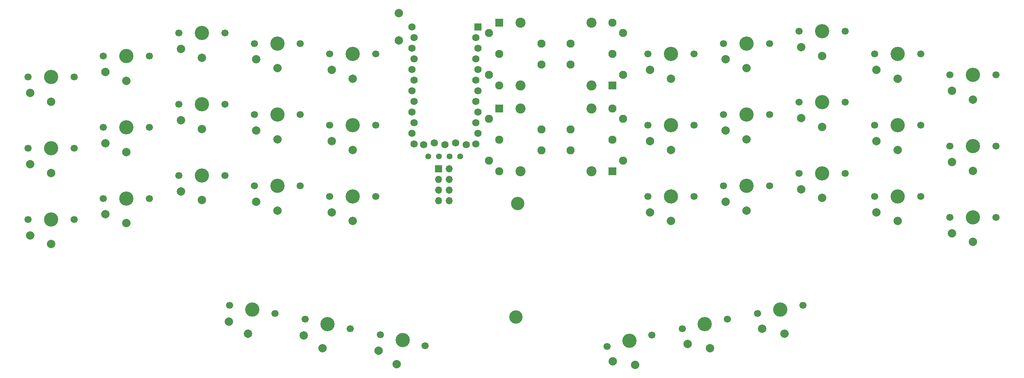
<source format=gbr>
%TF.GenerationSoftware,KiCad,Pcbnew,(5.1.9-0-10_14)*%
%TF.CreationDate,2021-06-06T18:46:05+01:00*%
%TF.ProjectId,dual_wield,6475616c-5f77-4696-956c-642e6b696361,rev?*%
%TF.SameCoordinates,Original*%
%TF.FileFunction,Soldermask,Bot*%
%TF.FilePolarity,Negative*%
%FSLAX46Y46*%
G04 Gerber Fmt 4.6, Leading zero omitted, Abs format (unit mm)*
G04 Created by KiCad (PCBNEW (5.1.9-0-10_14)) date 2021-06-06 18:46:05*
%MOMM*%
%LPD*%
G01*
G04 APERTURE LIST*
%ADD10C,1.752600*%
%ADD11R,1.752600X1.752600*%
%ADD12C,2.000000*%
%ADD13C,1.397000*%
%ADD14C,1.700000*%
%ADD15C,3.400000*%
%ADD16O,1.700000X1.700000*%
%ADD17R,1.700000X1.700000*%
%ADD18C,1.950000*%
%ADD19C,2.400000*%
%ADD20R,1.950000X1.950000*%
%ADD21C,3.200000*%
G04 APERTURE END LIST*
D10*
%TO.C,U1*%
X283080000Y-159698600D03*
X280540000Y-159241400D03*
X278000000Y-159698600D03*
X275460000Y-159241400D03*
X272920000Y-159698600D03*
X270151400Y-131530000D03*
X285391400Y-159470000D03*
X270608600Y-134070000D03*
X270151400Y-136610000D03*
X270608600Y-139150000D03*
X270151400Y-141690000D03*
X270608600Y-144230000D03*
X270151400Y-146770000D03*
X270608600Y-149310000D03*
X270151400Y-151850000D03*
X270608600Y-154390000D03*
X270151400Y-156930000D03*
X270608600Y-159470000D03*
X285848600Y-156930000D03*
X285391400Y-154390000D03*
X285848600Y-151850000D03*
X285391400Y-149310000D03*
X285848600Y-146770000D03*
X285391400Y-144230000D03*
X285848600Y-141690000D03*
X285391400Y-139150000D03*
X285848600Y-136610000D03*
X285391400Y-134070000D03*
D11*
X285848600Y-131530000D03*
%TD*%
D12*
%TO.C,SW1*%
X267000000Y-134750000D03*
X267000000Y-128250000D03*
%TD*%
D13*
%TO.C,OL1*%
X281620000Y-162500000D03*
X279080000Y-162500000D03*
X276540000Y-162500000D03*
X274000000Y-162500000D03*
%TD*%
D14*
%TO.C,K?1*%
X189500000Y-143500000D03*
X178500000Y-143500000D03*
D12*
X179000000Y-147300000D03*
X184000000Y-149400000D03*
D15*
X184000000Y-143500000D03*
%TD*%
D14*
%TO.C,K35*%
X409500000Y-177000000D03*
X398500000Y-177000000D03*
D12*
X399000000Y-180800000D03*
X404000000Y-182900000D03*
D15*
X404000000Y-177000000D03*
%TD*%
D14*
%TO.C,K34*%
X409500000Y-160000000D03*
X398500000Y-160000000D03*
D12*
X399000000Y-163800000D03*
X404000000Y-165900000D03*
D15*
X404000000Y-160000000D03*
%TD*%
D14*
%TO.C,K33*%
X409500000Y-143000000D03*
X398500000Y-143000000D03*
D12*
X399000000Y-146800000D03*
X404000000Y-148900000D03*
D15*
X404000000Y-143000000D03*
%TD*%
D14*
%TO.C,K32*%
X391500000Y-172000000D03*
X380500000Y-172000000D03*
D12*
X381000000Y-175800000D03*
X386000000Y-177900000D03*
D15*
X386000000Y-172000000D03*
%TD*%
D14*
%TO.C,K31*%
X391500000Y-155000000D03*
X380500000Y-155000000D03*
D12*
X381000000Y-158800000D03*
X386000000Y-160900000D03*
D15*
X386000000Y-155000000D03*
%TD*%
D14*
%TO.C,K30*%
X391500000Y-138000000D03*
X380500000Y-138000000D03*
D12*
X381000000Y-141800000D03*
X386000000Y-143900000D03*
D15*
X386000000Y-138000000D03*
%TD*%
D14*
%TO.C,K29*%
X363416443Y-198044935D03*
X352583557Y-199955065D03*
D12*
X353735824Y-203610510D03*
X359024524Y-204810366D03*
D15*
X358000000Y-199000000D03*
%TD*%
D14*
%TO.C,K28*%
X373500000Y-166500000D03*
X362500000Y-166500000D03*
D12*
X363000000Y-170300000D03*
X368000000Y-172400000D03*
D15*
X368000000Y-166500000D03*
%TD*%
D14*
%TO.C,K27*%
X373500000Y-149500000D03*
X362500000Y-149500000D03*
D12*
X363000000Y-153300000D03*
X368000000Y-155400000D03*
D15*
X368000000Y-149500000D03*
%TD*%
D14*
%TO.C,K26*%
X373520000Y-132600000D03*
X362520000Y-132600000D03*
D12*
X363020000Y-136400000D03*
X368020000Y-138500000D03*
D15*
X368020000Y-132600000D03*
%TD*%
D14*
%TO.C,K25*%
X345379812Y-201356486D03*
X334620188Y-203643514D03*
D12*
X335899326Y-207256519D03*
X341226679Y-208271071D03*
D15*
X340000000Y-202500000D03*
%TD*%
D14*
%TO.C,K24*%
X355500000Y-169500000D03*
X344500000Y-169500000D03*
D12*
X345000000Y-173300000D03*
X350000000Y-175400000D03*
D15*
X350000000Y-169500000D03*
%TD*%
D14*
%TO.C,K23*%
X355500000Y-152500000D03*
X344500000Y-152500000D03*
D12*
X345000000Y-156300000D03*
X350000000Y-158400000D03*
D15*
X350000000Y-152500000D03*
%TD*%
D14*
%TO.C,K22*%
X355500000Y-135500000D03*
X344500000Y-135500000D03*
D12*
X345000000Y-139300000D03*
X350000000Y-141400000D03*
D15*
X350000000Y-135500000D03*
%TD*%
D14*
%TO.C,K21*%
X327336626Y-205169430D03*
X316663374Y-207830570D03*
D12*
X318067825Y-211396733D03*
X323427339Y-212224745D03*
D15*
X322000000Y-206500000D03*
%TD*%
D14*
%TO.C,K20*%
X337440000Y-172000000D03*
X326440000Y-172000000D03*
D12*
X326940000Y-175800000D03*
X331940000Y-177900000D03*
D15*
X331940000Y-172000000D03*
%TD*%
D14*
%TO.C,K19*%
X337440000Y-155000000D03*
X326440000Y-155000000D03*
D12*
X326940000Y-158800000D03*
X331940000Y-160900000D03*
D15*
X331940000Y-155000000D03*
%TD*%
D14*
%TO.C,K18*%
X337440000Y-138000000D03*
X326440000Y-138000000D03*
D12*
X326940000Y-141800000D03*
X331940000Y-143900000D03*
D15*
X331940000Y-138000000D03*
%TD*%
D14*
%TO.C,K17*%
X273286626Y-207680570D03*
X262613374Y-205019430D03*
D12*
X262179218Y-208827514D03*
X266522661Y-212074745D03*
D15*
X267950000Y-206350000D03*
%TD*%
D14*
%TO.C,K16*%
X261500000Y-172000000D03*
X250500000Y-172000000D03*
D12*
X251000000Y-175800000D03*
X256000000Y-177900000D03*
D15*
X256000000Y-172000000D03*
%TD*%
D14*
%TO.C,K15*%
X261500000Y-155000000D03*
X250500000Y-155000000D03*
D12*
X251000000Y-158800000D03*
X256000000Y-160900000D03*
D15*
X256000000Y-155000000D03*
%TD*%
D14*
%TO.C,K14*%
X261500000Y-138000000D03*
X250500000Y-138000000D03*
D12*
X251000000Y-141800000D03*
X256000000Y-143900000D03*
D15*
X256000000Y-138000000D03*
%TD*%
D14*
%TO.C,K13*%
X255379812Y-203643514D03*
X244620188Y-201356486D03*
D12*
X244319198Y-205177402D03*
X248773321Y-208271071D03*
D15*
X250000000Y-202500000D03*
%TD*%
D14*
%TO.C,K12*%
X243500000Y-169500000D03*
X232500000Y-169500000D03*
D12*
X233000000Y-173300000D03*
X238000000Y-175400000D03*
D15*
X238000000Y-169500000D03*
%TD*%
D14*
%TO.C,K11*%
X243500000Y-152500000D03*
X232500000Y-152500000D03*
D12*
X233000000Y-156300000D03*
X238000000Y-158400000D03*
D15*
X238000000Y-152500000D03*
%TD*%
D14*
%TO.C,K10*%
X243500000Y-135500000D03*
X232500000Y-135500000D03*
D12*
X233000000Y-139300000D03*
X238000000Y-141400000D03*
D15*
X238000000Y-135500000D03*
%TD*%
D14*
%TO.C,K9*%
X237416443Y-199955065D03*
X226583557Y-198044935D03*
D12*
X226416098Y-201874029D03*
X230975476Y-204810366D03*
D15*
X232000000Y-199000000D03*
%TD*%
D14*
%TO.C,K8*%
X225500000Y-167000000D03*
X214500000Y-167000000D03*
D12*
X215000000Y-170800000D03*
X220000000Y-172900000D03*
D15*
X220000000Y-167000000D03*
%TD*%
D14*
%TO.C,K7*%
X225500000Y-150000000D03*
X214500000Y-150000000D03*
D12*
X215000000Y-153800000D03*
X220000000Y-155900000D03*
D15*
X220000000Y-150000000D03*
%TD*%
D14*
%TO.C,K6*%
X225500000Y-133000000D03*
X214500000Y-133000000D03*
D12*
X215000000Y-136800000D03*
X220000000Y-138900000D03*
D15*
X220000000Y-133000000D03*
%TD*%
D14*
%TO.C,K5*%
X207500000Y-172500000D03*
X196500000Y-172500000D03*
D12*
X197000000Y-176300000D03*
X202000000Y-178400000D03*
D15*
X202000000Y-172500000D03*
%TD*%
D14*
%TO.C,K4*%
X207500000Y-155500000D03*
X196500000Y-155500000D03*
D12*
X197000000Y-159300000D03*
X202000000Y-161400000D03*
D15*
X202000000Y-155500000D03*
%TD*%
D14*
%TO.C,K3*%
X207500000Y-138500000D03*
X196500000Y-138500000D03*
D12*
X197000000Y-142300000D03*
X202000000Y-144400000D03*
D15*
X202000000Y-138500000D03*
%TD*%
D14*
%TO.C,K2*%
X189500000Y-177500000D03*
X178500000Y-177500000D03*
D12*
X179000000Y-181300000D03*
X184000000Y-183400000D03*
D15*
X184000000Y-177500000D03*
%TD*%
D14*
%TO.C,K1*%
X189500000Y-160500000D03*
X178500000Y-160500000D03*
D12*
X179000000Y-164300000D03*
X184000000Y-166400000D03*
D15*
X184000000Y-160500000D03*
%TD*%
D16*
%TO.C,JADNS1*%
X279000000Y-173040000D03*
X276460000Y-173040000D03*
X279000000Y-170500000D03*
X276460000Y-170500000D03*
X279000000Y-167960000D03*
X276460000Y-167960000D03*
X279000000Y-165420000D03*
D17*
X276460000Y-165420000D03*
%TD*%
D18*
%TO.C,J4*%
X318000000Y-151000000D03*
D19*
X313000000Y-151000000D03*
X313000000Y-166000000D03*
D18*
X320500000Y-163500000D03*
X320500000Y-153500000D03*
D20*
X318000000Y-166000000D03*
D18*
X318000000Y-158500000D03*
X308000000Y-161000000D03*
X308000000Y-156000000D03*
%TD*%
%TO.C,J3*%
X291000000Y-145500000D03*
D19*
X296000000Y-145500000D03*
X296000000Y-130500000D03*
D18*
X288500000Y-133000000D03*
X288500000Y-143000000D03*
D20*
X291000000Y-130500000D03*
D18*
X291000000Y-138000000D03*
X301000000Y-135500000D03*
X301000000Y-140500000D03*
%TD*%
%TO.C,J2*%
X318000000Y-130500000D03*
D19*
X313000000Y-130500000D03*
X313000000Y-145500000D03*
D18*
X320500000Y-143000000D03*
X320500000Y-133000000D03*
D20*
X318000000Y-145500000D03*
D18*
X318000000Y-138000000D03*
X308000000Y-140500000D03*
X308000000Y-135500000D03*
%TD*%
%TO.C,J1*%
X291000000Y-166000000D03*
D19*
X296000000Y-166000000D03*
X296000000Y-151000000D03*
D18*
X288500000Y-153500000D03*
X288500000Y-163500000D03*
D20*
X291000000Y-151000000D03*
D18*
X291000000Y-158500000D03*
X301000000Y-156000000D03*
X301000000Y-161000000D03*
%TD*%
D21*
%TO.C,H2*%
X295320000Y-173710000D03*
%TD*%
%TO.C,H1*%
X294950000Y-200820000D03*
%TD*%
M02*

</source>
